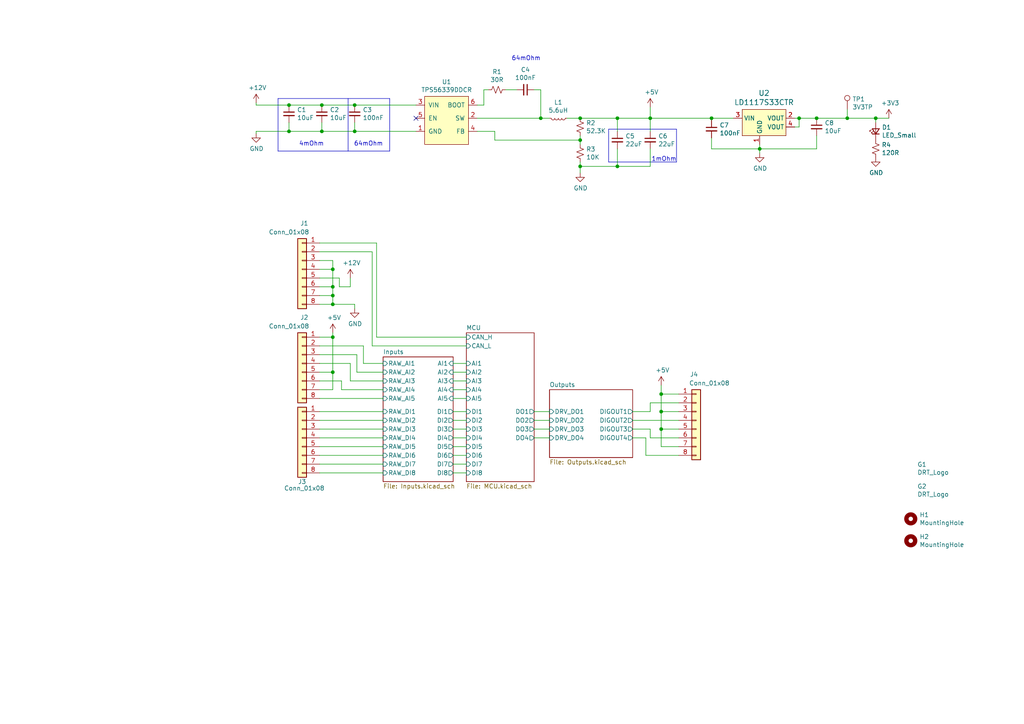
<source format=kicad_sch>
(kicad_sch (version 20230121) (generator eeschema)
  (paper "A4")
  (title_block (date "2023-02-18") (rev "v2"))
  (lib_symbols
    (symbol "Connector:TestPoint" (pin_numbers hide) (pin_names (offset 0.762) hide)
      (property "Reference" "TP" (at 0 6.858 0))
      (property "Value" "TestPoint" (at 0 5.08 0))
      (symbol "TestPoint_0_1"
        (circle (center 0 3.302) (radius 0.762))
      )
      (symbol "TestPoint_1_1"
        (pin passive line (at 0 0 90) (length 2.54) (name "1") (number "1"))
      )
    )
    (symbol "Connector_Generic:Conn_01x08" (pin_names (offset 1.016) hide)
      (property "Reference" "J" (at 0 10.16 0))
      (property "Value" "Conn_01x08" (at 0 -12.7 0))
      (symbol "Conn_01x08_1_1"
        (rectangle (start -1.27 -10.033) (end 0 -10.287) (stroke (width 0.1524)))
        (rectangle (start -1.27 -7.493) (end 0 -7.747) (stroke (width 0.1524)))
        (rectangle (start -1.27 -4.953) (end 0 -5.207) (stroke (width 0.1524)))
        (rectangle (start -1.27 -2.413) (end 0 -2.667) (stroke (width 0.1524)))
        (rectangle (start -1.27 0.127) (end 0 -0.127) (stroke (width 0.1524)))
        (rectangle (start -1.27 2.667) (end 0 2.413) (stroke (width 0.1524)))
        (rectangle (start -1.27 5.207) (end 0 4.953) (stroke (width 0.1524)))
        (rectangle (start -1.27 7.747) (end 0 7.493) (stroke (width 0.1524)))
        (rectangle (start -1.27 8.89) (end 1.27 -11.43) (stroke (width 0.254)) (fill (type background)))
        (pin passive line (at -5.08 7.62 0) (length 3.81) (name "Pin_1") (number "1"))
        (pin passive line (at -5.08 5.08 0) (length 3.81) (name "Pin_2") (number "2"))
        (pin passive line (at -5.08 2.54 0) (length 3.81) (name "Pin_3") (number "3"))
        (pin passive line (at -5.08 0 0) (length 3.81) (name "Pin_4") (number "4"))
        (pin passive line (at -5.08 -2.54 0) (length 3.81) (name "Pin_5") (number "5"))
        (pin passive line (at -5.08 -5.08 0) (length 3.81) (name "Pin_6") (number "6"))
        (pin passive line (at -5.08 -7.62 0) (length 3.81) (name "Pin_7") (number "7"))
        (pin passive line (at -5.08 -10.16 0) (length 3.81) (name "Pin_8") (number "8"))
      )
    )
    (symbol "DCDC_Switching:TPS56339DDCR" (pin_names (offset 1.016))
      (property "Reference" "U" (at -6.35 7.62 0))
      (property "Value" "TPS56339DDCR" (at 0 -8.89 0))
      (symbol "TPS56339DDCR_0_1"
        (rectangle (start -6.35 6.35) (end 6.35 -7.62) (fill (type background)))
      )
      (symbol "TPS56339DDCR_1_1"
        (pin power_in line (at -8.89 -3.81 0) (length 2.54) (name "GND") (number "1"))
        (pin input line (at 8.89 0 180) (length 2.54) (name "SW") (number "2"))
        (pin power_in line (at -8.89 3.81 0) (length 2.54) (name "VIN") (number "3"))
        (pin input line (at 8.89 -3.81 180) (length 2.54) (name "FB") (number "4"))
        (pin input line (at -8.89 0 0) (length 2.54) (name "EN") (number "5"))
        (pin input line (at 8.89 3.81 180) (length 2.54) (name "BOOT") (number "6"))
      )
    )
    (symbol "DRT_Logo:DRT_Logo" (pin_names (offset 1.016))
      (property "Reference" "G" (at 0 2.54 0))
      (property "Value" "DRT_Logo" (at 0 0 0))
    )
    (symbol "Device:C_Small" (pin_numbers hide) (pin_names (offset 0.254) hide)
      (property "Reference" "C" (at 0.254 1.778 0))
      (property "Value" "C_Small" (at 0.254 -2.032 0))
      (symbol "C_Small_0_1"
        (polyline (pts (xy -1.524 -0.508) (xy 1.524 -0.508)) (stroke (width 0.3302)))
        (polyline (pts (xy -1.524 0.508) (xy 1.524 0.508)) (stroke (width 0.3048)))
      )
      (symbol "C_Small_1_1"
        (pin passive line (at 0 2.54 270) (length 2.032) (name "~") (number "1"))
        (pin passive line (at 0 -2.54 90) (length 2.032) (name "~") (number "2"))
      )
    )
    (symbol "Device:LED_Small" (pin_numbers hide) (pin_names (offset 0.254) hide)
      (property "Reference" "D" (at -1.27 3.175 0))
      (property "Value" "LED_Small" (at -4.445 -2.54 0))
      (symbol "LED_Small_0_1"
        (polyline (pts (xy -0.762 -1.016) (xy -0.762 1.016)) (stroke (width 0.254)))
        (polyline (pts (xy 1.016 0) (xy -0.762 0)))
        (polyline (pts (xy 0.762 -1.016) (xy -0.762 0) (xy 0.762 1.016) (xy 0.762 -1.016)) (stroke (width 0.254)))
        (polyline (pts (xy 0 0.762) (xy -0.508 1.27) (xy -0.254 1.27) (xy -0.508 1.27) (xy -0.508 1.016)))
        (polyline (pts (xy 0.508 1.27) (xy 0 1.778) (xy 0.254 1.778) (xy 0 1.778) (xy 0 1.524)))
      )
      (symbol "LED_Small_1_1"
        (pin passive line (at -2.54 0 0) (length 1.778) (name "K") (number "1"))
        (pin passive line (at 2.54 0 180) (length 1.778) (name "A") (number "2"))
      )
    )
    (symbol "Device:L_Small" (pin_numbers hide) (pin_names (offset 0.254) hide)
      (property "Reference" "L" (at 0.762 1.016 0))
      (property "Value" "L_Small" (at 0.762 -1.016 0))
      (symbol "L_Small_0_1"
        (arc (start 0 -2.032) (mid 0.5058 -1.524) (end 0 -1.016))
        (arc (start 0 -1.016) (mid 0.5058 -0.508) (end 0 0))
        (arc (start 0 0) (mid 0.5058 0.508) (end 0 1.016))
        (arc (start 0 1.016) (mid 0.5058 1.524) (end 0 2.032))
      )
      (symbol "L_Small_1_1"
        (pin passive line (at 0 2.54 270) (length 0.508) (name "~") (number "1"))
        (pin passive line (at 0 -2.54 90) (length 0.508) (name "~") (number "2"))
      )
    )
    (symbol "Device:R_Small_US" (pin_numbers hide) (pin_names (offset 0.254) hide)
      (property "Reference" "R" (at 0.762 0.508 0))
      (property "Value" "R_Small_US" (at 0.762 -1.016 0))
      (symbol "R_Small_US_1_1"
        (polyline (pts (xy 0 0) (xy 1.016 -0.381) (xy 0 -0.762) (xy -1.016 -1.143) (xy 0 -1.524)))
        (polyline (pts (xy 0 1.524) (xy 1.016 1.143) (xy 0 0.762) (xy -1.016 0.381) (xy 0 0)))
        (pin passive line (at 0 2.54 270) (length 1.016) (name "~") (number "1"))
        (pin passive line (at 0 -2.54 90) (length 1.016) (name "~") (number "2"))
      )
    )
    (symbol "Mechanical:MountingHole" (pin_names (offset 1.016))
      (property "Reference" "H" (at 0 5.08 0))
      (property "Value" "MountingHole" (at 0 3.175 0))
      (symbol "MountingHole_0_1"
        (circle (center 0 0) (radius 1.27) (stroke (width 1.27)))
      )
    )
    (symbol "dk_PMIC-Voltage-Regulators-Linear:LD1117S33CTR"
      (property "Reference" "U" (at 1.27 3.81 0))
      (property "Value" "LD1117S33CTR" (at 1.27 6.35 0))
      (symbol "LD1117S33CTR_1_1"
        (rectangle (start -5.08 2.54) (end 7.62 -5.08) (fill (type background)))
        (pin power_in line (at 0 -7.62 90) (length 2.54) (name "GND") (number "1"))
        (pin power_out line (at 10.16 0 180) (length 2.54) (name "VOUT") (number "2"))
        (pin power_in line (at -7.62 0 0) (length 2.54) (name "VIN") (number "3"))
        (pin power_out line (at 10.16 -2.54 180) (length 2.54) (name "VOUT") (number "4"))
      )
    )
    (symbol "power:+12V" (power) (pin_names (offset 0))
      (property "Value" "+12V" (at 0 3.556 0))
      (symbol "+12V_0_1"
        (polyline (pts (xy -0.762 1.27) (xy 0 2.54)))
        (polyline (pts (xy 0 0) (xy 0 2.54)))
        (polyline (pts (xy 0 2.54) (xy 0.762 1.27)))
      )
      (symbol "+12V_1_1"
        (pin power_in line (at 0 0 90) (length 0) hide (name "+12V") (number "1"))
      )
    )
    (symbol "power:+3V3" (power) (pin_names (offset 0))
      (property "Value" "+3V3" (at 0 3.556 0))
      (symbol "+3V3_0_1"
        (polyline (pts (xy -0.762 1.27) (xy 0 2.54)))
        (polyline (pts (xy 0 0) (xy 0 2.54)))
        (polyline (pts (xy 0 2.54) (xy 0.762 1.27)))
      )
      (symbol "+3V3_1_1"
        (pin power_in line (at 0 0 90) (length 0) hide (name "+3V3") (number "1"))
      )
    )
    (symbol "power:+5V" (power) (pin_names (offset 0))
      (property "Value" "+5V" (at 0 3.556 0))
      (symbol "+5V_0_1"
        (polyline (pts (xy -0.762 1.27) (xy 0 2.54)))
        (polyline (pts (xy 0 0) (xy 0 2.54)))
        (polyline (pts (xy 0 2.54) (xy 0.762 1.27)))
      )
      (symbol "+5V_1_1"
        (pin power_in line (at 0 0 90) (length 0) hide (name "+5V") (number "1"))
      )
    )
    (symbol "power:GND" (power) (pin_names (offset 0))
      (property "Value" "GND" (at 0 -3.81 0))
      (symbol "GND_0_1"
        (polyline (pts (xy 0 0) (xy 0 -1.27) (xy 1.27 -1.27) (xy 0 -2.54) (xy -1.27 -1.27) (xy 0 -1.27)))
      )
      (symbol "GND_1_1"
        (pin power_in line (at 0 0 270) (length 0) hide (name "GND") (number "1"))
      )
    )
  )
  (junction (at 83.82 30.48))
  (junction (at 191.77 124.46))
  (junction (at 96.52 85.725))
  (junction (at 191.77 114.3))
  (junction (at 179.07 48.26))
  (junction (at 102.87 30.48))
  (junction (at 206.375 34.29))
  (junction (at 96.52 107.95))
  (junction (at 191.77 119.38))
  (junction (at 83.82 38.1))
  (junction (at 179.07 34.29))
  (junction (at 93.345 38.1))
  (junction (at 96.52 78.105))
  (junction (at 254 34.29))
  (junction (at 156.845 34.29))
  (junction (at 168.275 34.29))
  (junction (at 96.52 83.185))
  (junction (at 245.745 34.29))
  (junction (at 96.52 97.79))
  (junction (at 220.345 43.18))
  (junction (at 96.52 88.265))
  (junction (at 236.855 34.29))
  (junction (at 102.87 38.1))
  (junction (at 93.345 30.48))
  (junction (at 168.275 40.64))
  (junction (at 168.275 48.26))
  (junction (at 188.595 34.29))
  (junction (at 231.775 34.29))
  (no_connect (at 120.65 34.29))
  (wire (pts (xy 74.295 30.48) (xy 74.295 29.845)))
  (wire (pts (xy 131.445 137.16) (xy 135.255 137.16)))
  (wire (pts (xy 191.77 124.46) (xy 191.77 129.54)))
  (wire (pts (xy 206.375 34.29) (xy 212.725 34.29)))
  (wire (pts (xy 131.445 107.95) (xy 135.255 107.95)))
  (wire (pts (xy 96.52 85.725) (xy 96.52 88.265)))
  (wire (pts (xy 92.71 70.485) (xy 109.22 70.485)))
  (wire (pts (xy 187.325 127) (xy 187.325 132.08)))
  (wire (pts (xy 191.77 114.3) (xy 196.85 114.3)))
  (wire (pts (xy 92.71 88.265) (xy 96.52 88.265)))
  (wire (pts (xy 231.775 36.83) (xy 231.775 34.29)))
  (wire (pts (xy 168.275 46.99) (xy 168.275 48.26)))
  (wire (pts (xy 245.745 31.75) (xy 245.745 34.29)))
  (wire (pts (xy 236.855 43.18) (xy 220.345 43.18)))
  (wire (pts (xy 188.595 124.46) (xy 188.595 127)))
  (wire (pts (xy 92.71 127) (xy 111.125 127)))
  (wire (pts (xy 96.52 83.185) (xy 96.52 85.725)))
  (wire (pts (xy 146.685 26.035) (xy 149.86 26.035)))
  (wire (pts (xy 92.71 100.33) (xy 105.41 100.33)))
  (wire (pts (xy 220.345 43.18) (xy 220.345 44.45)))
  (wire (pts (xy 179.07 38.1) (xy 179.07 34.29)))
  (wire (pts (xy 254 35.56) (xy 254 34.29)))
  (wire (pts (xy 140.335 30.48) (xy 140.335 26.035)))
  (wire (pts (xy 101.6 83.185) (xy 101.6 80.645)))
  (wire (pts (xy 191.77 119.38) (xy 196.85 119.38)))
  (wire (pts (xy 230.505 36.83) (xy 231.775 36.83)))
  (wire (pts (xy 107.95 100.33) (xy 135.255 100.33)))
  (wire (pts (xy 154.94 127) (xy 159.385 127)))
  (wire (pts (xy 168.275 40.64) (xy 168.275 41.91)))
  (wire (pts (xy 188.595 34.29) (xy 206.375 34.29)))
  (polyline (pts (xy 196.215 46.99) (xy 176.53 46.99)))
  (wire (pts (xy 102.87 35.56) (xy 102.87 38.1)))
  (wire (pts (xy 131.445 105.41) (xy 135.255 105.41)))
  (wire (pts (xy 206.375 43.18) (xy 220.345 43.18)))
  (polyline (pts (xy 80.645 43.815) (xy 113.03 43.815)))
  (wire (pts (xy 191.77 114.3) (xy 191.77 119.38)))
  (wire (pts (xy 131.445 110.49) (xy 135.255 110.49)))
  (wire (pts (xy 83.82 30.48) (xy 74.295 30.48)))
  (wire (pts (xy 92.71 85.725) (xy 96.52 85.725)))
  (wire (pts (xy 191.77 119.38) (xy 191.77 124.46)))
  (wire (pts (xy 92.71 97.79) (xy 96.52 97.79)))
  (wire (pts (xy 96.52 88.265) (xy 102.87 88.265)))
  (wire (pts (xy 92.71 121.92) (xy 111.125 121.92)))
  (wire (pts (xy 143.51 40.64) (xy 168.275 40.64)))
  (wire (pts (xy 83.82 30.48) (xy 93.345 30.48)))
  (wire (pts (xy 179.07 48.26) (xy 188.595 48.26)))
  (wire (pts (xy 92.71 75.565) (xy 96.52 75.565)))
  (wire (pts (xy 111.125 134.62) (xy 92.71 134.62)))
  (wire (pts (xy 92.71 102.87) (xy 103.505 102.87)))
  (wire (pts (xy 156.845 34.29) (xy 159.385 34.29)))
  (wire (pts (xy 154.94 26.035) (xy 156.845 26.035)))
  (wire (pts (xy 102.87 38.1) (xy 120.65 38.1)))
  (wire (pts (xy 188.595 127) (xy 196.85 127)))
  (wire (pts (xy 245.745 34.29) (xy 236.855 34.29)))
  (wire (pts (xy 98.425 83.185) (xy 101.6 83.185)))
  (wire (pts (xy 96.52 75.565) (xy 96.52 78.105)))
  (wire (pts (xy 168.275 40.64) (xy 168.275 39.37)))
  (wire (pts (xy 168.275 34.29) (xy 179.07 34.29)))
  (wire (pts (xy 103.505 102.87) (xy 103.505 107.95)))
  (wire (pts (xy 257.81 34.29) (xy 254 34.29)))
  (wire (pts (xy 111.125 124.46) (xy 92.71 124.46)))
  (wire (pts (xy 92.71 83.185) (xy 96.52 83.185)))
  (wire (pts (xy 138.43 34.29) (xy 156.845 34.29)))
  (wire (pts (xy 131.445 113.03) (xy 135.255 113.03)))
  (polyline (pts (xy 196.215 37.465) (xy 196.215 46.99)))
  (wire (pts (xy 220.345 41.91) (xy 220.345 43.18)))
  (wire (pts (xy 109.22 70.485) (xy 109.22 97.79)))
  (wire (pts (xy 168.275 48.26) (xy 179.07 48.26)))
  (wire (pts (xy 143.51 38.1) (xy 143.51 40.64)))
  (wire (pts (xy 131.445 124.46) (xy 135.255 124.46)))
  (wire (pts (xy 131.445 132.08) (xy 135.255 132.08)))
  (wire (pts (xy 159.385 119.38) (xy 154.94 119.38)))
  (wire (pts (xy 92.71 73.025) (xy 107.95 73.025)))
  (wire (pts (xy 93.345 35.56) (xy 93.345 38.1)))
  (wire (pts (xy 107.95 73.025) (xy 107.95 100.33)))
  (wire (pts (xy 206.375 40.005) (xy 206.375 43.18)))
  (wire (pts (xy 131.445 129.54) (xy 135.255 129.54)))
  (wire (pts (xy 92.71 105.41) (xy 101.6 105.41)))
  (wire (pts (xy 83.82 38.1) (xy 93.345 38.1)))
  (wire (pts (xy 103.505 107.95) (xy 111.125 107.95)))
  (wire (pts (xy 96.52 97.79) (xy 96.52 107.95)))
  (wire (pts (xy 183.515 127) (xy 187.325 127)))
  (wire (pts (xy 131.445 119.38) (xy 135.255 119.38)))
  (wire (pts (xy 83.82 35.56) (xy 83.82 38.1)))
  (wire (pts (xy 135.255 97.79) (xy 109.22 97.79)))
  (wire (pts (xy 164.465 34.29) (xy 168.275 34.29)))
  (wire (pts (xy 92.71 78.105) (xy 96.52 78.105)))
  (wire (pts (xy 187.325 132.08) (xy 196.85 132.08)))
  (wire (pts (xy 188.595 48.26) (xy 188.595 43.18)))
  (wire (pts (xy 131.445 134.62) (xy 135.255 134.62)))
  (wire (pts (xy 111.125 137.16) (xy 92.71 137.16)))
  (wire (pts (xy 188.595 34.29) (xy 188.595 38.1)))
  (wire (pts (xy 92.71 80.645) (xy 98.425 80.645)))
  (wire (pts (xy 236.855 39.37) (xy 236.855 43.18)))
  (wire (pts (xy 140.335 26.035) (xy 141.605 26.035)))
  (polyline (pts (xy 100.965 28.575) (xy 100.965 43.815)))
  (wire (pts (xy 179.07 43.18) (xy 179.07 48.26)))
  (wire (pts (xy 188.595 31.115) (xy 188.595 34.29)))
  (wire (pts (xy 156.845 26.035) (xy 156.845 34.29)))
  (wire (pts (xy 92.71 110.49) (xy 99.06 110.49)))
  (wire (pts (xy 74.295 38.1) (xy 74.295 38.735)))
  (polyline (pts (xy 113.03 28.575) (xy 113.03 43.815)))
  (wire (pts (xy 102.87 30.48) (xy 120.65 30.48)))
  (wire (pts (xy 111.125 119.38) (xy 92.71 119.38)))
  (wire (pts (xy 206.375 34.925) (xy 206.375 34.29)))
  (wire (pts (xy 191.77 124.46) (xy 196.85 124.46)))
  (wire (pts (xy 93.345 38.1) (xy 102.87 38.1)))
  (wire (pts (xy 191.77 111.76) (xy 191.77 114.3)))
  (wire (pts (xy 154.94 121.92) (xy 159.385 121.92)))
  (wire (pts (xy 101.6 110.49) (xy 111.125 110.49)))
  (wire (pts (xy 231.775 34.29) (xy 236.855 34.29)))
  (wire (pts (xy 101.6 105.41) (xy 101.6 110.49)))
  (wire (pts (xy 154.94 124.46) (xy 159.385 124.46)))
  (wire (pts (xy 183.515 119.38) (xy 188.595 119.38)))
  (wire (pts (xy 99.06 113.03) (xy 111.125 113.03)))
  (wire (pts (xy 191.77 129.54) (xy 196.85 129.54)))
  (wire (pts (xy 92.71 115.57) (xy 111.125 115.57)))
  (wire (pts (xy 131.445 115.57) (xy 135.255 115.57)))
  (wire (pts (xy 168.275 48.26) (xy 168.275 50.165)))
  (wire (pts (xy 96.52 113.03) (xy 92.71 113.03)))
  (wire (pts (xy 131.445 121.92) (xy 135.255 121.92)))
  (wire (pts (xy 92.71 132.08) (xy 111.125 132.08)))
  (wire (pts (xy 131.445 127) (xy 135.255 127)))
  (wire (pts (xy 138.43 38.1) (xy 143.51 38.1)))
  (polyline (pts (xy 80.645 43.815) (xy 80.645 28.575)))
  (polyline (pts (xy 176.53 37.465) (xy 196.215 37.465)))
  (wire (pts (xy 93.345 30.48) (xy 102.87 30.48)))
  (wire (pts (xy 230.505 34.29) (xy 231.775 34.29)))
  (wire (pts (xy 92.71 107.95) (xy 96.52 107.95)))
  (wire (pts (xy 188.595 119.38) (xy 188.595 116.84)))
  (wire (pts (xy 83.82 38.1) (xy 74.295 38.1)))
  (polyline (pts (xy 176.53 46.99) (xy 176.53 37.465)))
  (wire (pts (xy 102.87 88.265) (xy 102.87 89.535)))
  (wire (pts (xy 99.06 110.49) (xy 99.06 113.03)))
  (wire (pts (xy 183.515 124.46) (xy 188.595 124.46)))
  (wire (pts (xy 254 34.29) (xy 245.745 34.29)))
  (wire (pts (xy 105.41 100.33) (xy 105.41 105.41)))
  (wire (pts (xy 179.07 34.29) (xy 188.595 34.29)))
  (wire (pts (xy 111.125 129.54) (xy 92.71 129.54)))
  (wire (pts (xy 96.52 107.95) (xy 96.52 113.03)))
  (wire (pts (xy 188.595 116.84) (xy 196.85 116.84)))
  (wire (pts (xy 96.52 78.105) (xy 96.52 83.185)))
  (wire (pts (xy 183.515 121.92) (xy 196.85 121.92)))
  (wire (pts (xy 105.41 105.41) (xy 111.125 105.41)))
  (wire (pts (xy 96.52 97.79) (xy 96.52 96.52)))
  (polyline (pts (xy 80.645 28.575) (xy 113.03 28.575)))
  (wire (pts (xy 98.425 80.645) (xy 98.425 83.185)))
  (wire (pts (xy 138.43 30.48) (xy 140.335 30.48)))
  (text "1mOhm" (at 196.215 46.99 0) (effects (font (size 1.27 1.27)) (justify right bottom)))
  (text "4mOhm" (at 93.98 42.545 0) (effects (font (size 1.27 1.27)) (justify right bottom)))
  (text "64mOhm" (at 111.125 42.545 0) (effects (font (size 1.27 1.27)) (justify right bottom)))
  (text "64mOhm" (at 156.845 17.78 0) (effects (font (size 1.27 1.27)) (justify right bottom)))
  (symbol (lib_id "Connector:TestPoint") (at 245.745 31.75 0) (unit 1)
    (property "Reference" "TP1" (at 247.2182 28.7528 0) (effects (justify left)))
    (property "Value" "3V3TP" (at 247.2182 31.0642 0) (effects (justify left)))
    (property "Footprint" "TestPoint:TestPoint_Pad_D1.0mm" (effects hide))
  )
  (symbol (lib_id "DRT_Logo:DRT_Logo") (at 265.43 135.89 0) (unit 1)
    (property "Reference" "G1" (at 266.065 134.7216 0) (effects (justify left)))
    (property "Value" "DRT_Logo" (at 266.065 137.033 0) (effects (justify left)))
    (property "Footprint" "DRTLogo:DRTLogo" (effects hide))
  )
  (symbol (lib_id "DRT_Logo:DRT_Logo") (at 265.43 142.24 0) (unit 1)
    (property "Reference" "G2" (at 266.065 141.0716 0) (effects (justify left)))
    (property "Value" "DRT_Logo" (at 266.065 143.383 0) (effects (justify left)))
    (property "Footprint" "DRTLogo:DingoFaceNoFill" (effects hide))
  )
  (symbol (lib_id "Mechanical:MountingHole") (at 264.16 150.495 0) (unit 1)
    (property "Reference" "H1" (at 266.7 149.3266 0) (effects (justify left)))
    (property "Value" "MountingHole" (at 266.7 151.638 0) (effects (justify left)))
    (property "Footprint" "MountingHole:MountingHole_3.2mm_M3_DIN965_Pad" (effects hide))
  )
  (symbol (lib_id "Mechanical:MountingHole") (at 264.16 156.845 0) (unit 1)
    (property "Reference" "H2" (at 266.7 155.6766 0) (effects (justify left)))
    (property "Value" "MountingHole" (at 266.7 157.988 0) (effects (justify left)))
    (property "Footprint" "MountingHole:MountingHole_3.2mm_M3_DIN965_Pad" (effects hide))
  )
  (symbol (lib_id "Connector_Generic:Conn_01x08") (at 87.63 127 0) (mirror y) (unit 1)
    (property "Reference" "J3" (at 87.63 139.7 0))
    (property "Value" "Conn_01x08" (at 88.265 141.605 0))
    (property "Footprint" "Connector_PinHeader_2.54mm:PinHeader_1x08_P2.54mm_Vertical" (effects hide))
  )
  (symbol (lib_id "Connector_Generic:Conn_01x08") (at 87.63 105.41 0) (mirror y) (unit 1)
    (property "Reference" "J2" (at 88.265 92.075 0))
    (property "Value" "Conn_01x08" (at 83.82 94.615 0))
    (property "Footprint" "Connector_PinHeader_2.54mm:PinHeader_1x08_P2.54mm_Vertical" (effects hide))
  )
  (symbol (lib_id "Connector_Generic:Conn_01x08") (at 201.93 121.92 0) (unit 1)
    (property "Reference" "J4" (at 201.295 108.585 0))
    (property "Value" "Conn_01x08" (at 205.74 111.125 0))
    (property "Footprint" "Connector_PinHeader_2.54mm:PinHeader_1x08_P2.54mm_Vertical" (effects hide))
  )
  (symbol (lib_id "Connector_Generic:Conn_01x08") (at 87.63 78.105 0) (mirror y) (unit 1)
    (property "Reference" "J1" (at 88.265 64.77 0))
    (property "Value" "Conn_01x08" (at 83.82 67.31 0))
    (property "Footprint" "Connector_PinHeader_2.54mm:PinHeader_1x08_P2.54mm_Vertical" (effects hide))
  )
  (symbol (lib_id "power:+5V") (at 96.52 96.52 0) (unit 1)
    (property "Reference" "#PWR03" (effects hide))
    (property "Value" "+5V" (at 96.901 92.1258 0))
  )
  (symbol (lib_id "power:+5V") (at 191.77 111.76 0) (unit 1)
    (property "Reference" "#PWR08" (effects hide))
    (property "Value" "+5V" (at 192.151 107.3658 0))
  )
  (symbol (lib_id "power:+12V") (at 101.6 80.645 0) (unit 1)
    (property "Reference" "#PWR04" (effects hide))
    (property "Value" "+12V" (at 101.981 76.2508 0))
  )
  (symbol (lib_id "power:GND") (at 102.87 89.535 0) (unit 1)
    (property "Reference" "#PWR05" (effects hide))
    (property "Value" "GND" (at 102.997 93.9292 0))
  )
  (symbol (lib_id "Device:LED_Small") (at 254 38.1 90) (unit 1)
    (property "Reference" "D1" (at 255.778 36.9316 90) (effects (justify right)))
    (property "Value" "LED_Small" (at 255.778 39.243 90) (effects (justify right)))
    (property "Footprint" "LED_SMD:LED_0805_2012Metric" (effects hide))
    (property "Digi-Key_PN" "475-2560-1-ND" (effects hide))
    (property "LCSC" "C2900154" (effects hide))
  )
  (symbol (lib_id "Device:R_Small_US") (at 254 43.18 180) (unit 1)
    (property "Reference" "R4" (at 255.7272 42.0116 0) (effects (justify right)))
    (property "Value" "120R" (at 255.7272 44.323 0) (effects (justify right)))
    (property "Footprint" "Resistor_SMD:R_0805_2012Metric" (effects hide))
    (property "Digi-Key_PN" "311-120CRCT-ND" (effects hide))
    (property "LCSC" "C17437" (effects hide))
  )
  (symbol (lib_id "power:GND") (at 254 45.72 0) (unit 1)
    (property "Reference" "#PWR010" (effects hide))
    (property "Value" "GND" (at 254.127 50.1142 0))
  )
  (symbol (lib_id "Device:L_Small") (at 161.925 34.29 270) (unit 1)
    (property "Reference" "L1" (at 161.925 29.6926 90))
    (property "Value" "5.6uH" (at 161.925 32.004 90))
    (property "Footprint" "Inductors_SMD:Wuerth_LHMI" (effects hide))
    (property "Digi-Key_PN" "732-3339-1-ND" (effects hide))
    (property "LCSC" "C467062" (effects hide))
  )
  (symbol (lib_id "Device:C_Small") (at 93.345 33.02 0) (unit 1)
    (property "Reference" "C2" (at 95.6818 31.8516 0) (effects (justify left)))
    (property "Value" "10uF" (at 95.6818 34.163 0) (effects (justify left)))
    (property "Footprint" "Capacitor_SMD:C_0805_2012Metric" (effects hide))
    (property "Digi-Key_PN" "490-10748-1-ND" (effects hide))
    (property "LCSC" "C15850" (effects hide))
  )
  (symbol (lib_id "Device:C_Small") (at 102.87 33.02 0) (unit 1)
    (property "Reference" "C3" (at 105.2068 31.8516 0) (effects (justify left)))
    (property "Value" "100nF" (at 105.2068 34.163 0) (effects (justify left)))
    (property "Footprint" "Capacitor_SMD:C_0805_2012Metric" (effects hide))
    (property "Digi-Key_PN" "399-1169-1-ND" (effects hide))
    (property "LCSC" "C49678" (effects hide))
  )
  (symbol (lib_id "Device:R_Small_US") (at 144.145 26.035 270) (unit 1)
    (property "Reference" "R1" (at 144.145 20.828 90))
    (property "Value" "30R" (at 144.145 23.1394 90))
    (property "Footprint" "Resistor_SMD:R_0805_2012Metric" (effects hide))
    (property "Digi-Key_PN" "RR12Q30DCT-ND" (effects hide))
    (property "LCSC" "C325808" (effects hide))
  )
  (symbol (lib_id "Device:C_Small") (at 152.4 26.035 270) (unit 1)
    (property "Reference" "C4" (at 152.4 20.2184 90))
    (property "Value" "100nF" (at 152.4 22.5298 90))
    (property "Footprint" "Capacitor_SMD:C_0805_2012Metric" (effects hide))
    (property "Digi-Key_PN" "399-1169-1-ND" (effects hide))
    (property "LCSC" "C49678" (effects hide))
  )
  (symbol (lib_id "Device:C_Small") (at 83.82 33.02 0) (unit 1)
    (property "Reference" "C1" (at 86.1568 31.8516 0) (effects (justify left)))
    (property "Value" "10uF" (at 86.1568 34.163 0) (effects (justify left)))
    (property "Footprint" "Capacitor_SMD:C_0805_2012Metric" (effects hide))
    (property "Digi-Key_PN" "490-10748-1-ND" (effects hide))
    (property "LCSC" "C15850" (effects hide))
  )
  (symbol (lib_id "Device:R_Small_US") (at 168.275 36.83 180) (unit 1)
    (property "Reference" "R2" (at 170.0022 35.6616 0) (effects (justify right)))
    (property "Value" "52.3K" (at 170.0022 37.973 0) (effects (justify right)))
    (property "Footprint" "Resistor_SMD:R_0805_2012Metric" (effects hide))
    (property "Digi-Key_PN" "P52.3KCCT-ND" (effects hide))
    (property "LCSC" "C17740" (effects hide))
  )
  (symbol (lib_id "Device:R_Small_US") (at 168.275 44.45 180) (unit 1)
    (property "Reference" "R3" (at 170.0022 43.2816 0) (effects (justify right)))
    (property "Value" "10K" (at 170.0022 45.593 0) (effects (justify right)))
    (property "Footprint" "Resistor_SMD:R_0805_2012Metric" (effects hide))
    (property "Digi-Key_PN" "311-10.0KCRDKR-ND" (effects hide))
    (property "LCSC" "C17414" (effects hide))
  )
  (symbol (lib_id "Device:C_Small") (at 179.07 40.64 0) (unit 1)
    (property "Reference" "C5" (at 181.4068 39.4716 0) (effects (justify left)))
    (property "Value" "22uF" (at 181.4068 41.783 0) (effects (justify left)))
    (property "Footprint" "Capacitor_SMD:C_0805_2012Metric" (effects hide))
    (property "Digi-Key_PN" "445-14560-1-ND" (effects hide))
    (property "LCSC" "C45783" (effects hide))
  )
  (symbol (lib_id "Device:C_Small") (at 188.595 40.64 0) (unit 1)
    (property "Reference" "C6" (at 190.9318 39.4716 0) (effects (justify left)))
    (property "Value" "22uF" (at 190.9318 41.783 0) (effects (justify left)))
    (property "Footprint" "Capacitor_SMD:C_0805_2012Metric" (effects hide))
    (property "Digi-Key_PN" "445-14560-1-ND" (effects hide))
    (property "LCSC" "C45783" (effects hide))
  )
  (symbol (lib_id "DCDC_Switching:TPS56339DDCR") (at 129.54 34.29 0) (unit 1)
    (property "Reference" "U1" (at 129.54 23.749 0))
    (property "Value" "TPS56339DDCR" (at 129.54 26.0604 0))
    (property "Footprint" "TO_SOT_SMD_Modify:SOT-23-6_NoPin5" (effects hide))
    (property "Digi-Key_PN" "296-53568-1-ND" (effects hide))
    (property "LCSC" "C2071106" (effects hide))
  )
  (symbol (lib_id "power:+12V") (at 74.295 29.845 0) (unit 1)
    (property "Reference" "#PWR01" (effects hide))
    (property "Value" "+12V" (at 74.676 25.4508 0))
  )
  (symbol (lib_id "power:GND") (at 74.295 38.735 0) (unit 1)
    (property "Reference" "#PWR02" (effects hide))
    (property "Value" "GND" (at 74.422 43.1292 0))
  )
  (symbol (lib_id "power:GND") (at 168.275 50.165 0) (unit 1)
    (property "Reference" "#PWR06" (effects hide))
    (property "Value" "GND" (at 168.402 54.5592 0))
  )
  (symbol (lib_id "power:+5V") (at 188.595 31.115 0) (unit 1)
    (property "Reference" "#PWR07" (effects hide))
    (property "Value" "+5V" (at 188.976 26.7208 0))
  )
  (symbol (lib_id "dk_PMIC-Voltage-Regulators-Linear:LD1117S33CTR") (at 220.345 34.29 0) (unit 1)
    (property "Reference" "U2" (at 221.615 27.0002 0) (effects (font (size 1.524 1.524))))
    (property "Value" "LD1117S33CTR" (at 221.615 29.6926 0) (effects (font (size 1.524 1.524))))
    (property "Footprint" "digikey-footprints:SOT-223" (effects hide))
    (property "Datasheet" "http://www.st.com/content/ccc/resource/technical/document/datasheet/99/3b/7d/91/91/51/4b/be/CD00000544.pdf/files/CD00000544.pdf/jcr:content/translations/en.CD00000544.pdf" (effects hide))
    (property "Digi-Key_PN" "497-1241-1-ND" (effects hide))
    (property "MPN" "LD1117S33CTR" (effects hide))
    (property "Category" "Integrated Circuits (ICs)" (effects hide))
    (property "Family" "PMIC - Voltage Regulators - Linear" (effects hide))
    (property "DK_Datasheet_Link" "http://www.st.com/content/ccc/resource/technical/document/datasheet/99/3b/7d/91/91/51/4b/be/CD00000544.pdf/files/CD00000544.pdf/jcr:content/translations/en.CD00000544.pdf" (effects hide))
    (property "DK_Detail_Page" "/product-detail/en/stmicroelectronics/LD1117S33CTR/497-1241-1-ND/586241" (effects hide))
    (property "Description" "IC REG LINEAR 3.3V 800MA SOT223" (effects hide))
    (property "Manufacturer" "STMicroelectronics" (effects hide))
    (property "Status" "Active" (effects hide))
    (property "LCSC" "C35879" (effects hide))
  )
  (symbol (lib_id "Device:C_Small") (at 206.375 37.465 0) (unit 1)
    (property "Reference" "C7" (at 208.7118 36.2966 0) (effects (justify left)))
    (property "Value" "100nF" (at 208.7118 38.608 0) (effects (justify left)))
    (property "Footprint" "Capacitor_SMD:C_0805_2012Metric" (effects hide))
    (property "Digi-Key_PN" "399-1169-1-ND" (effects hide))
    (property "LCSC" "C49678" (effects hide))
  )
  (symbol (lib_id "Device:C_Small") (at 236.855 36.83 0) (unit 1)
    (property "Reference" "C8" (at 239.1918 35.6616 0) (effects (justify left)))
    (property "Value" "10uF" (at 239.1918 37.973 0) (effects (justify left)))
    (property "Footprint" "Capacitor_SMD:C_0805_2012Metric" (effects hide))
    (property "Digi-Key_PN" "490-10748-1-ND" (effects hide))
    (property "LCSC" "C15850" (effects hide))
  )
  (symbol (lib_id "power:GND") (at 220.345 44.45 0) (unit 1)
    (property "Reference" "#PWR09" (effects hide))
    (property "Value" "GND" (at 220.472 48.8442 0))
  )
  (symbol (lib_id "power:+3V3") (at 257.81 34.29 0) (unit 1)
    (property "Reference" "#PWR011" (effects hide))
    (property "Value" "+3V3" (at 258.191 29.8958 0))
  )
  (sheet (at 135.255 96.52) (size 19.685 43.18)
    (property "Sheetname" "MCU" (at 135.255 95.8084 0) (effects (justify left bottom)))
    (property "Sheetfile" "MCU.kicad_sch" (at 135.255 140.2846 0) (effects (justify left top)))
    (pin "CAN_L" input (at 135.255 100.33 180))
    (pin "CAN_H" input (at 135.255 97.79 180))
    (pin "AI1" input (at 135.255 105.41 180))
    (pin "AI2" input (at 135.255 107.95 180))
    (pin "AI3" input (at 135.255 110.49 180))
    (pin "AI4" input (at 135.255 113.03 180))
    (pin "AI5" input (at 135.255 115.57 180))
    (pin "DI1" input (at 135.255 119.38 180))
    (pin "DI2" input (at 135.255 121.92 180))
    (pin "DI4" input (at 135.255 127 180))
    (pin "DI5" input (at 135.255 129.54 180))
    (pin "DI3" input (at 135.255 124.46 180))
    (pin "DI6" input (at 135.255 132.08 180))
    (pin "DI7" input (at 135.255 134.62 180))
    (pin "DI8" input (at 135.255 137.16 180))
    (pin "DO1" output (at 154.94 119.38 0))
    (pin "DO2" output (at 154.94 121.92 0))
    (pin "DO3" output (at 154.94 124.46 0))
    (pin "DO4" output (at 154.94 127 0))
  )
  (sheet (at 159.385 113.03) (size 24.13 19.685)
    (property "Sheetname" "Outputs" (at 159.385 112.3184 0) (effects (justify left bottom)))
    (property "Sheetfile" "Outputs.kicad_sch" (at 159.385 133.2996 0) (effects (justify left top)))
    (pin "DIGOUT1" output (at 183.515 119.38 0))
    (pin "DIGOUT3" output (at 183.515 124.46 0))
    (pin "DIGOUT2" output (at 183.515 121.92 0))
    (pin "DIGOUT4" output (at 183.515 127 0))
    (pin "DRV_DO1" input (at 159.385 119.38 180))
    (pin "DRV_DO3" input (at 159.385 124.46 180))
    (pin "DRV_DO2" input (at 159.385 121.92 180))
    (pin "DRV_DO4" input (at 159.385 127 180))
  )
  (sheet (at 111.125 103.505) (size 20.32 36.195)
    (property "Sheetname" "Inputs" (at 111.125 102.7934 0) (effects (justify left bottom)))
    (property "Sheetfile" "Inputs.kicad_sch" (at 111.125 140.2846 0) (effects (justify left top)))
    (pin "RAW_AI1" input (at 111.125 105.41 180))
    (pin "AI1" input (at 131.445 105.41 0))
    (pin "RAW_AI2" input (at 111.125 107.95 180))
    (pin "AI2" input (at 131.445 107.95 0))
    (pin "RAW_AI3" input (at 111.125 110.49 180))
    (pin "AI3" input (at 131.445 110.49 0))
    (pin "RAW_AI4" input (at 111.125 113.03 180))
    (pin "AI4" input (at 131.445 113.03 0))
    (pin "RAW_AI5" input (at 111.125 115.57 180))
    (pin "AI5" input (at 131.445 115.57 0))
    (pin "RAW_DI1" input (at 111.125 119.38 180))
    (pin "RAW_DI2" input (at 111.125 121.92 180))
    (pin "RAW_DI3" input (at 111.125 124.46 180))
    (pin "RAW_DI4" input (at 111.125 127 180))
    (pin "RAW_DI5" input (at 111.125 129.54 180))
    (pin "RAW_DI6" input (at 111.125 132.08 180))
    (pin "RAW_DI7" input (at 111.125 134.62 180))
    (pin "RAW_DI8" input (at 111.125 137.16 180))
    (pin "DI1" output (at 131.445 119.38 0))
    (pin "DI2" output (at 131.445 121.92 0))
    (pin "DI3" output (at 131.445 124.46 0))
    (pin "DI4" output (at 131.445 127 0))
    (pin "DI5" output (at 131.445 129.54 0))
    (pin "DI6" output (at 131.445 132.08 0))
    (pin "DI7" output (at 131.445 134.62 0))
    (pin "DI8" output (at 131.445 137.16 0))
  )
)
</source>
